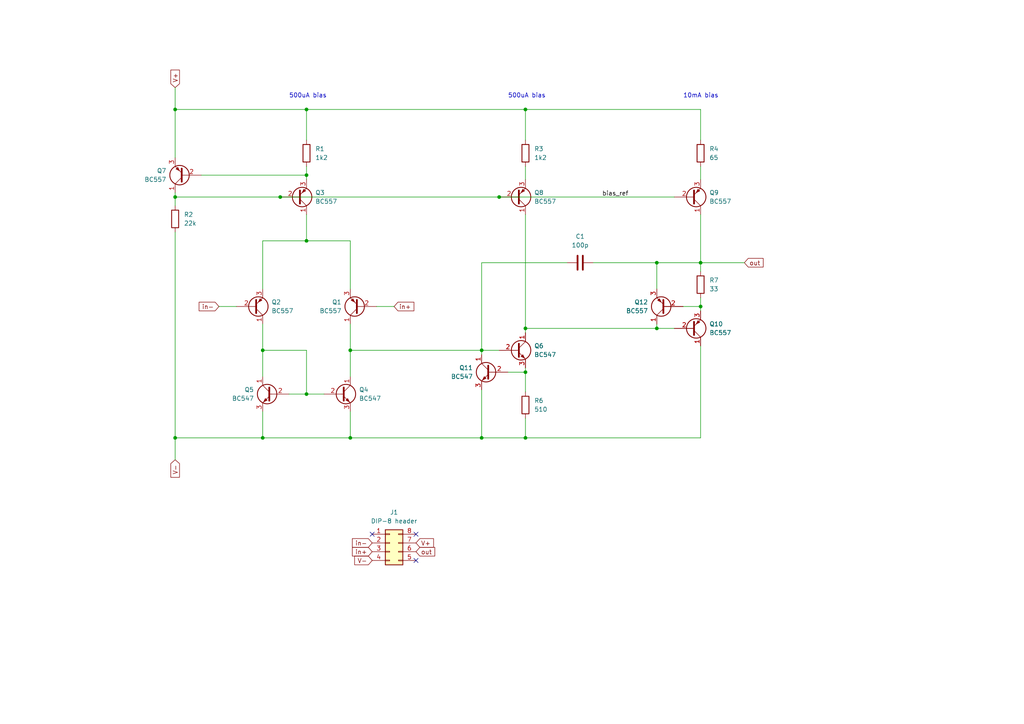
<source format=kicad_sch>
(kicad_sch (version 20230121) (generator eeschema)
  (paper "A4")
  (title_block (title "low power op-amp") (date "2024-03-22") (rev "B"))
  (lib_symbols
    (symbol "Connector_Generic:Conn_02x04_Counter_Clockwise" (pin_names (offset 1.016) hide)
      (property "Reference" "J" (at 1.27 5.08 0))
      (property "Value" "Conn_02x04_Counter_Clockwise" (at 1.27 -7.62 0))
      (symbol "Conn_02x04_Counter_Clockwise_1_1"
        (rectangle (start -1.27 -4.953) (end 0 -5.207) (stroke (width 0.1524)))
        (rectangle (start -1.27 -2.413) (end 0 -2.667) (stroke (width 0.1524)))
        (rectangle (start -1.27 0.127) (end 0 -0.127) (stroke (width 0.1524)))
        (rectangle (start -1.27 2.667) (end 0 2.413) (stroke (width 0.1524)))
        (rectangle (start -1.27 3.81) (end 3.81 -6.35) (stroke (width 0.254)) (fill (type background)))
        (rectangle (start 3.81 -4.953) (end 2.54 -5.207) (stroke (width 0.1524)))
        (rectangle (start 3.81 -2.413) (end 2.54 -2.667) (stroke (width 0.1524)))
        (rectangle (start 3.81 0.127) (end 2.54 -0.127) (stroke (width 0.1524)))
        (rectangle (start 3.81 2.667) (end 2.54 2.413) (stroke (width 0.1524)))
        (pin passive line (at -5.08 2.54 0) (length 3.81) (name "Pin_1") (number "1"))
        (pin passive line (at -5.08 0 0) (length 3.81) (name "Pin_2") (number "2"))
        (pin passive line (at -5.08 -2.54 0) (length 3.81) (name "Pin_3") (number "3"))
        (pin passive line (at -5.08 -5.08 0) (length 3.81) (name "Pin_4") (number "4"))
        (pin passive line (at 7.62 -5.08 180) (length 3.81) (name "Pin_5") (number "5"))
        (pin passive line (at 7.62 -2.54 180) (length 3.81) (name "Pin_6") (number "6"))
        (pin passive line (at 7.62 0 180) (length 3.81) (name "Pin_7") (number "7"))
        (pin passive line (at 7.62 2.54 180) (length 3.81) (name "Pin_8") (number "8"))
      )
    )
    (symbol "Device:C" (pin_numbers hide) (pin_names (offset 0.254))
      (property "Reference" "C" (at 0.635 2.54 0))
      (property "Value" "C" (at 0.635 -2.54 0))
      (symbol "C_0_1"
        (polyline (pts (xy -2.032 -0.762) (xy 2.032 -0.762)) (stroke (width 0.508)))
        (polyline (pts (xy -2.032 0.762) (xy 2.032 0.762)) (stroke (width 0.508)))
      )
      (symbol "C_1_1"
        (pin passive line (at 0 3.81 270) (length 2.794) (name "~") (number "1"))
        (pin passive line (at 0 -3.81 90) (length 2.794) (name "~") (number "2"))
      )
    )
    (symbol "Device:R" (pin_numbers hide) (pin_names (offset 0))
      (property "Reference" "R" (at 2.032 0 90))
      (property "Value" "R" (at 0 0 90))
      (symbol "R_0_1"
        (rectangle (start -1.016 -2.54) (end 1.016 2.54) (stroke (width 0.254)))
      )
      (symbol "R_1_1"
        (pin passive line (at 0 3.81 270) (length 1.27) (name "~") (number "1"))
        (pin passive line (at 0 -3.81 90) (length 1.27) (name "~") (number "2"))
      )
    )
    (symbol "Transistor_BJT:BC547" (pin_names (offset 0) hide)
      (property "Reference" "Q" (at 5.08 1.905 0))
      (property "Value" "BC547" (at 5.08 0 0))
      (symbol "BC547_0_1"
        (polyline (pts (xy 0 0) (xy 0.635 0)))
        (polyline (pts (xy 0.635 0.635) (xy 2.54 2.54)))
        (polyline (pts (xy 0.635 -0.635) (xy 2.54 -2.54) (xy 2.54 -2.54)))
        (polyline (pts (xy 0.635 1.905) (xy 0.635 -1.905) (xy 0.635 -1.905)) (stroke (width 0.508)))
        (polyline (pts (xy 1.27 -1.778) (xy 1.778 -1.27) (xy 2.286 -2.286) (xy 1.27 -1.778) (xy 1.27 -1.778)) (fill (type outline)))
        (circle (center 1.27 0) (radius 2.8194) (stroke (width 0.254)))
      )
      (symbol "BC547_1_1"
        (pin passive line (at 2.54 5.08 270) (length 2.54) (name "C") (number "1"))
        (pin input line (at -5.08 0 0) (length 5.08) (name "B") (number "2"))
        (pin passive line (at 2.54 -5.08 90) (length 2.54) (name "E") (number "3"))
      )
    )
    (symbol "Transistor_BJT:BC557" (pin_names (offset 0) hide)
      (property "Reference" "Q" (at 5.08 1.905 0))
      (property "Value" "BC557" (at 5.08 0 0))
      (symbol "BC557_0_1"
        (polyline (pts (xy 0.635 0.635) (xy 2.54 2.54)))
        (polyline (pts (xy 0.635 -0.635) (xy 2.54 -2.54) (xy 2.54 -2.54)))
        (polyline (pts (xy 0.635 1.905) (xy 0.635 -1.905) (xy 0.635 -1.905)) (stroke (width 0.508)))
        (polyline (pts (xy 2.286 -1.778) (xy 1.778 -2.286) (xy 1.27 -1.27) (xy 2.286 -1.778) (xy 2.286 -1.778)) (fill (type outline)))
        (circle (center 1.27 0) (radius 2.8194) (stroke (width 0.254)))
      )
      (symbol "BC557_1_1"
        (pin passive line (at 2.54 5.08 270) (length 2.54) (name "C") (number "1"))
        (pin input line (at -5.08 0 0) (length 5.715) (name "B") (number "2"))
        (pin passive line (at 2.54 -5.08 90) (length 2.54) (name "E") (number "3"))
      )
    )
  )
  (junction (at 144.78 57.15))
  (junction (at 50.8 127))
  (junction (at 203.2 76.2))
  (junction (at 139.7 101.6))
  (junction (at 152.4 127))
  (junction (at 101.6 127))
  (junction (at 190.5 95.25))
  (junction (at 81.28 57.15))
  (junction (at 88.9 50.8))
  (junction (at 203.2 88.9))
  (junction (at 88.9 114.3))
  (junction (at 76.2 127))
  (junction (at 101.6 101.6))
  (junction (at 139.7 127))
  (junction (at 50.8 57.15))
  (junction (at 152.4 95.25))
  (junction (at 88.9 69.85))
  (junction (at 50.8 31.75))
  (junction (at 152.4 107.95))
  (junction (at 88.9 31.75))
  (junction (at 190.5 76.2))
  (junction (at 76.2 101.6))
  (junction (at 152.4 31.75))
  (no_connect (at 107.95 154.94))
  (no_connect (at 120.65 154.94))
  (no_connect (at 120.65 162.56))
  (wire (pts (xy 139.7 113.03) (xy 139.7 127)))
  (wire (pts (xy 88.9 62.23) (xy 88.9 69.85)))
  (wire (pts (xy 203.2 62.23) (xy 203.2 76.2)))
  (wire (pts (xy 76.2 101.6) (xy 76.2 109.22)))
  (wire (pts (xy 203.2 76.2) (xy 203.2 78.74)))
  (wire (pts (xy 50.8 31.75) (xy 88.9 31.75)))
  (wire (pts (xy 63.5 88.9) (xy 68.58 88.9)))
  (wire (pts (xy 88.9 40.64) (xy 88.9 31.75)))
  (wire (pts (xy 190.5 93.98) (xy 190.5 95.25)))
  (wire (pts (xy 198.12 88.9) (xy 203.2 88.9)))
  (wire (pts (xy 190.5 83.82) (xy 190.5 76.2)))
  (wire (pts (xy 88.9 114.3) (xy 93.98 114.3)))
  (wire (pts (xy 164.465 76.2) (xy 139.7 76.2)))
  (wire (pts (xy 58.42 50.8) (xy 88.9 50.8)))
  (wire (pts (xy 203.2 127) (xy 152.4 127)))
  (wire (pts (xy 76.2 101.6) (xy 88.9 101.6)))
  (wire (pts (xy 203.2 86.36) (xy 203.2 88.9)))
  (wire (pts (xy 215.9 76.2) (xy 203.2 76.2)))
  (wire (pts (xy 50.8 127) (xy 50.8 133.35)))
  (wire (pts (xy 76.2 119.38) (xy 76.2 127)))
  (wire (pts (xy 139.7 127) (xy 152.4 127)))
  (wire (pts (xy 50.8 57.15) (xy 50.8 59.69)))
  (wire (pts (xy 50.8 67.31) (xy 50.8 127)))
  (wire (pts (xy 152.4 95.25) (xy 190.5 95.25)))
  (wire (pts (xy 190.5 76.2) (xy 203.2 76.2)))
  (wire (pts (xy 147.32 107.95) (xy 152.4 107.95)))
  (wire (pts (xy 152.4 113.665) (xy 152.4 107.95)))
  (wire (pts (xy 88.9 52.07) (xy 88.9 50.8)))
  (wire (pts (xy 152.4 107.95) (xy 152.4 106.68)))
  (wire (pts (xy 76.2 69.85) (xy 76.2 83.82)))
  (wire (pts (xy 139.7 76.2) (xy 139.7 101.6)))
  (wire (pts (xy 76.2 127) (xy 101.6 127)))
  (wire (pts (xy 190.5 76.2) (xy 172.085 76.2)))
  (wire (pts (xy 81.28 57.15) (xy 144.78 57.15)))
  (wire (pts (xy 83.82 114.3) (xy 88.9 114.3)))
  (wire (pts (xy 101.6 69.85) (xy 101.6 83.82)))
  (wire (pts (xy 101.6 127) (xy 139.7 127)))
  (wire (pts (xy 144.78 57.15) (xy 195.58 57.15)))
  (wire (pts (xy 50.8 55.88) (xy 50.8 57.15)))
  (wire (pts (xy 152.4 48.26) (xy 152.4 52.07)))
  (wire (pts (xy 203.2 88.9) (xy 203.2 90.17)))
  (wire (pts (xy 50.8 25.4) (xy 50.8 31.75)))
  (wire (pts (xy 203.2 40.64) (xy 203.2 31.75)))
  (wire (pts (xy 109.22 88.9) (xy 114.3 88.9)))
  (wire (pts (xy 101.6 93.98) (xy 101.6 101.6)))
  (wire (pts (xy 190.5 95.25) (xy 195.58 95.25)))
  (wire (pts (xy 203.2 48.26) (xy 203.2 52.07)))
  (wire (pts (xy 152.4 62.23) (xy 152.4 95.25)))
  (wire (pts (xy 76.2 127) (xy 50.8 127)))
  (wire (pts (xy 76.2 93.98) (xy 76.2 101.6)))
  (wire (pts (xy 139.7 101.6) (xy 139.7 102.87)))
  (wire (pts (xy 101.6 101.6) (xy 101.6 109.22)))
  (wire (pts (xy 152.4 31.75) (xy 203.2 31.75)))
  (wire (pts (xy 101.6 101.6) (xy 139.7 101.6)))
  (wire (pts (xy 88.9 31.75) (xy 152.4 31.75)))
  (wire (pts (xy 152.4 127) (xy 152.4 121.285)))
  (wire (pts (xy 139.7 101.6) (xy 144.78 101.6)))
  (wire (pts (xy 76.2 69.85) (xy 88.9 69.85)))
  (wire (pts (xy 50.8 57.15) (xy 81.28 57.15)))
  (wire (pts (xy 152.4 40.64) (xy 152.4 31.75)))
  (wire (pts (xy 88.9 69.85) (xy 101.6 69.85)))
  (wire (pts (xy 101.6 127) (xy 101.6 119.38)))
  (wire (pts (xy 88.9 50.8) (xy 88.9 48.26)))
  (wire (pts (xy 152.4 95.25) (xy 152.4 96.52)))
  (wire (pts (xy 50.8 45.72) (xy 50.8 31.75)))
  (wire (pts (xy 88.9 114.3) (xy 88.9 101.6)))
  (wire (pts (xy 203.2 100.33) (xy 203.2 127)))
  (text "500uA bias\n" (at 147.32 28.575 0) (effects (font (size 1.27 1.27)) (justify left bottom)))
  (text "500uA bias\n" (at 83.82 28.575 0) (effects (font (size 1.27 1.27)) (justify left bottom)))
  (text "10mA bias\n" (at 198.12 28.575 0) (effects (font (size 1.27 1.27)) (justify left bottom)))
  (label "bias_ref" (at 174.625 57.15 0))
  (global_label "V+" (shape input) (at 50.8 25.4 90) (property "Intersheetrefs" "${INTERSHEET_REFS}" (effects hide)))
  (global_label "V-" (shape input) (at 107.95 162.56 180) (property "Intersheetrefs" "${INTERSHEET_REFS}" (effects hide)))
  (global_label "in+" (shape input) (at 114.3 88.9 0) (property "Intersheetrefs" "${INTERSHEET_REFS}" (effects hide)))
  (global_label "V+" (shape input) (at 120.65 157.48 0) (property "Intersheetrefs" "${INTERSHEET_REFS}" (effects hide)))
  (global_label "out" (shape input) (at 120.65 160.02 0) (property "Intersheetrefs" "${INTERSHEET_REFS}" (effects hide)))
  (global_label "V-" (shape input) (at 50.8 133.35 270) (property "Intersheetrefs" "${INTERSHEET_REFS}" (effects hide)))
  (global_label "out" (shape input) (at 215.9 76.2 0) (property "Intersheetrefs" "${INTERSHEET_REFS}" (effects hide)))
  (global_label "in-" (shape input) (at 63.5 88.9 180) (property "Intersheetrefs" "${INTERSHEET_REFS}" (effects hide)))
  (global_label "in-" (shape input) (at 107.95 157.48 180) (property "Intersheetrefs" "${INTERSHEET_REFS}" (effects hide)))
  (global_label "in+" (shape input) (at 107.95 160.02 180) (property "Intersheetrefs" "${INTERSHEET_REFS}" (effects hide)))
  (symbol (lib_id "Device:R") (at 203.2 44.45 0) (unit 1)
    (property "Reference" "R4" (at 205.74 43.18 0) (effects (justify left)))
    (property "Value" "65" (at 205.74 45.72 0) (effects (justify left)))
    (property "Footprint" "FA_resistors_tht:resistor_symm" (effects hide))
  )
  (symbol (lib_id "Transistor_BJT:BC557") (at 53.34 50.8 180) (unit 1)
    (property "Reference" "Q7" (at 48.26 49.53 0) (effects (justify left)))
    (property "Value" "BC557" (at 48.26 52.07 0) (effects (justify left)))
    (property "Footprint" "Package_TO_SOT_THT:TO-92_Inline_Wide" (effects hide))
    (property "Datasheet" "https://www.onsemi.com/pub/Collateral/BC556BTA-D.pdf" (effects hide))
  )
  (symbol (lib_id "Device:R") (at 88.9 44.45 0) (unit 1)
    (property "Reference" "R1" (at 91.44 43.18 0) (effects (justify left)))
    (property "Value" "1k2" (at 91.44 45.72 0) (effects (justify left)))
    (property "Footprint" "FA_resistors_tht:resistor_symm" (effects hide))
  )
  (symbol (lib_id "Transistor_BJT:BC557") (at 193.04 88.9 180) (unit 1)
    (property "Reference" "Q12" (at 187.96 87.63 0) (effects (justify left)))
    (property "Value" "BC557" (at 187.96 90.17 0) (effects (justify left)))
    (property "Footprint" "Package_TO_SOT_THT:TO-92_Inline_Wide" (effects hide))
    (property "Datasheet" "https://www.onsemi.com/pub/Collateral/BC556BTA-D.pdf" (effects hide))
  )
  (symbol (lib_id "Transistor_BJT:BC547") (at 78.74 114.3 0) (mirror y) (unit 1)
    (property "Reference" "Q5" (at 73.66 113.03 0) (effects (justify left)))
    (property "Value" "BC547" (at 73.66 115.57 0) (effects (justify left)))
    (property "Footprint" "Package_TO_SOT_THT:TO-92_Inline_Wide" (effects hide))
    (property "Datasheet" "https://www.onsemi.com/pub/Collateral/BC550-D.pdf" (effects hide))
  )
  (symbol (lib_id "Transistor_BJT:BC547") (at 142.24 107.95 0) (mirror y) (unit 1)
    (property "Reference" "Q11" (at 137.16 106.68 0) (effects (justify left)))
    (property "Value" "BC547" (at 137.16 109.22 0) (effects (justify left)))
    (property "Footprint" "Package_TO_SOT_THT:TO-92_Inline_Wide" (effects hide))
    (property "Datasheet" "https://www.onsemi.com/pub/Collateral/BC550-D.pdf" (effects hide))
  )
  (symbol (lib_id "Transistor_BJT:BC557") (at 73.66 88.9 0) (mirror x) (unit 1)
    (property "Reference" "Q2" (at 78.74 87.63 0) (effects (justify left)))
    (property "Value" "BC557" (at 78.74 90.17 0) (effects (justify left)))
    (property "Footprint" "Package_TO_SOT_THT:TO-92_Inline_Wide" (effects hide))
    (property "Datasheet" "https://www.onsemi.com/pub/Collateral/BC556BTA-D.pdf" (effects hide))
  )
  (symbol (lib_id "Transistor_BJT:BC557") (at 200.66 95.25 0) (mirror x) (unit 1)
    (property "Reference" "Q10" (at 205.74 93.98 0) (effects (justify left)))
    (property "Value" "BC557" (at 205.74 96.52 0) (effects (justify left)))
    (property "Footprint" "Package_TO_SOT_THT:TO-92_Inline_Wide" (effects hide))
    (property "Datasheet" "https://www.onsemi.com/pub/Collateral/BC556BTA-D.pdf" (effects hide))
  )
  (symbol (lib_id "Transistor_BJT:BC547") (at 99.06 114.3 0) (unit 1)
    (property "Reference" "Q4" (at 104.14 113.03 0) (effects (justify left)))
    (property "Value" "BC547" (at 104.14 115.57 0) (effects (justify left)))
    (property "Footprint" "Package_TO_SOT_THT:TO-92_Inline_Wide" (effects hide))
    (property "Datasheet" "https://www.onsemi.com/pub/Collateral/BC550-D.pdf" (effects hide))
  )
  (symbol (lib_id "Transistor_BJT:BC557") (at 86.36 57.15 0) (mirror x) (unit 1)
    (property "Reference" "Q3" (at 91.44 55.88 0) (effects (justify left)))
    (property "Value" "BC557" (at 91.44 58.42 0) (effects (justify left)))
    (property "Footprint" "Package_TO_SOT_THT:TO-92_Inline_Wide" (effects hide))
    (property "Datasheet" "https://www.onsemi.com/pub/Collateral/BC556BTA-D.pdf" (effects hide))
  )
  (symbol (lib_id "Transistor_BJT:BC547") (at 149.86 101.6 0) (unit 1)
    (property "Reference" "Q6" (at 154.94 100.33 0) (effects (justify left)))
    (property "Value" "BC547" (at 154.94 102.87 0) (effects (justify left)))
    (property "Footprint" "Package_TO_SOT_THT:TO-92_Inline_Wide" (effects hide))
    (property "Datasheet" "https://www.onsemi.com/pub/Collateral/BC550-D.pdf" (effects hide))
  )
  (symbol (lib_id "Device:C") (at 168.275 76.2 90) (unit 1)
    (property "Reference" "C1" (at 168.275 68.58 90))
    (property "Value" "100p" (at 168.275 71.12 90))
    (property "Footprint" "Capacitor_THT:C_Disc_D5.0mm_W2.5mm_P2.50mm" (effects hide))
  )
  (symbol (lib_id "Transistor_BJT:BC557") (at 200.66 57.15 0) (mirror x) (unit 1)
    (property "Reference" "Q9" (at 205.74 55.88 0) (effects (justify left)))
    (property "Value" "BC557" (at 205.74 58.42 0) (effects (justify left)))
    (property "Footprint" "Package_TO_SOT_THT:TO-92_Inline_Wide" (effects hide))
    (property "Datasheet" "https://www.onsemi.com/pub/Collateral/BC556BTA-D.pdf" (effects hide))
  )
  (symbol (lib_id "Device:R") (at 152.4 44.45 0) (unit 1)
    (property "Reference" "R3" (at 154.94 43.18 0) (effects (justify left)))
    (property "Value" "1k2" (at 154.94 45.72 0) (effects (justify left)))
    (property "Footprint" "FA_resistors_tht:resistor_symm" (effects hide))
  )
  (symbol (lib_id "Device:R") (at 203.2 82.55 0) (unit 1)
    (property "Reference" "R7" (at 205.74 81.28 0) (effects (justify left)))
    (property "Value" "33" (at 205.74 83.82 0) (effects (justify left)))
    (property "Footprint" "FA_resistors_tht:resistor_symm" (effects hide))
  )
  (symbol (lib_id "Device:R") (at 152.4 117.475 0) (unit 1)
    (property "Reference" "R6" (at 154.94 116.205 0) (effects (justify left)))
    (property "Value" "510" (at 154.94 118.745 0) (effects (justify left)))
    (property "Footprint" "FA_resistors_tht:resistor_symm" (effects hide))
  )
  (symbol (lib_id "Transistor_BJT:BC557") (at 149.86 57.15 0) (mirror x) (unit 1)
    (property "Reference" "Q8" (at 154.94 55.88 0) (effects (justify left)))
    (property "Value" "BC557" (at 154.94 58.42 0) (effects (justify left)))
    (property "Footprint" "Package_TO_SOT_THT:TO-92_Inline_Wide" (effects hide))
    (property "Datasheet" "https://www.onsemi.com/pub/Collateral/BC556BTA-D.pdf" (effects hide))
  )
  (symbol (lib_id "Device:R") (at 50.8 63.5 0) (unit 1)
    (property "Reference" "R2" (at 53.34 62.23 0) (effects (justify left)))
    (property "Value" "22k" (at 53.34 64.77 0) (effects (justify left)))
    (property "Footprint" "FA_resistors_tht:resistor_symm" (effects hide))
  )
  (symbol (lib_id "Transistor_BJT:BC557") (at 104.14 88.9 180) (unit 1)
    (property "Reference" "Q1" (at 99.06 87.63 0) (effects (justify left)))
    (property "Value" "BC557" (at 99.06 90.17 0) (effects (justify left)))
    (property "Footprint" "Package_TO_SOT_THT:TO-92_Inline_Wide" (effects hide))
    (property "Datasheet" "https://www.onsemi.com/pub/Collateral/BC556BTA-D.pdf" (effects hide))
  )
  (symbol (lib_id "Connector_Generic:Conn_02x04_Counter_Clockwise") (at 113.03 157.48 0) (unit 1)
    (property "Reference" "J1" (at 114.3 148.59 0))
    (property "Value" "DIP-8 header" (at 114.3 151.13 0))
    (property "Footprint" "Package_DIP:DIP-8_W7.62mm_Socket" (effects hide))
  )
)
</source>
